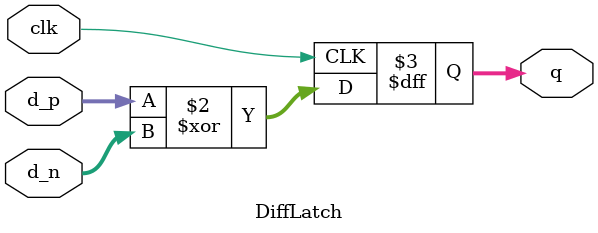
<source format=sv>
module DiffLatch #(parameter DW=8) (
    input clk,
    input [DW-1:0] d_p, d_n,
    output reg [DW-1:0] q
);
always @(posedge clk)
    q <= d_p ^ d_n;
endmodule
</source>
